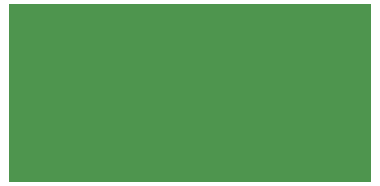
<source format=gbr>
G04 AWR Design Environment 17.04 *
G04 RS274-X Output Version 0.1 *
%FSLAX36Y36*%
%MOMM*%
%ADD10C,.010*%

%LPD*%
G36*
X24071000Y-6960000D02*
G01*
X-6610000D01*
Y8040000D01*
X24071000D01*
Y-6960000D01*
G37*
G04 End of Data *
M02*

</source>
